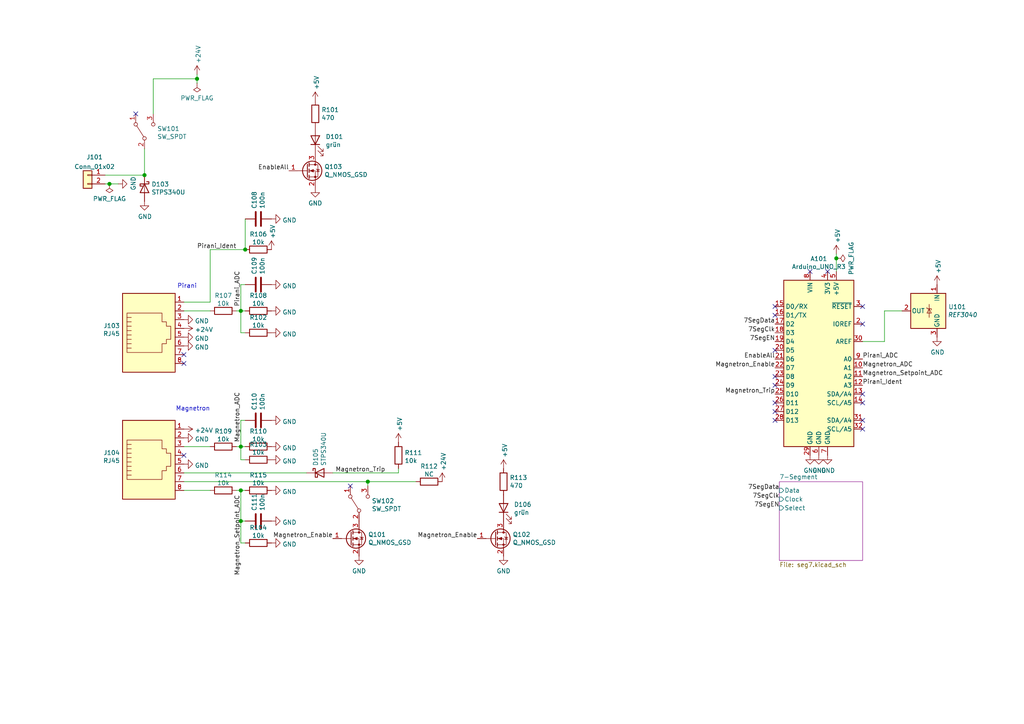
<source format=kicad_sch>
(kicad_sch (version 20210406) (generator eeschema)
  (paper "A4")
  (lib_symbols
    (symbol "Connector:RJ45" (pin_names (offset 1.016))
      (property "Reference" "J" (at -5.08 13.97 0))
      (property "Value" "RJ45" (at 2.54 13.97 0))
      (symbol "RJ45_0_1"
        (rectangle (start 7.62 12.7) (end -7.62 -10.16) (stroke (width 0.254)) (fill (type background)))
        (polyline (pts (xy -5.08 4.445) (xy -6.35 4.445)))
        (polyline (pts (xy -5.08 5.715) (xy -6.35 5.715)))
        (polyline (pts (xy -6.35 -3.175) (xy -5.08 -3.175) (xy -5.08 -3.175)))
        (polyline (pts (xy -6.35 -1.905) (xy -5.08 -1.905) (xy -5.08 -1.905)))
        (polyline (pts (xy -6.35 -0.635) (xy -5.08 -0.635) (xy -5.08 -0.635)))
        (polyline (pts (xy -6.35 0.635) (xy -5.08 0.635) (xy -5.08 0.635)))
        (polyline (pts (xy -6.35 1.905) (xy -5.08 1.905) (xy -5.08 1.905)))
        (polyline (pts (xy -5.08 3.175) (xy -6.35 3.175) (xy -6.35 3.175)))
        (polyline (pts (xy -6.35 -4.445) (xy -6.35 6.985) (xy 3.81 6.985) (xy 3.81 4.445) (xy 5.08 4.445) (xy 5.08 3.175) (xy 6.35 3.175) (xy 6.35 -0.635) (xy 5.08 -0.635) (xy 5.08 -1.905) (xy 3.81 -1.905) (xy 3.81 -4.445) (xy -6.35 -4.445) (xy -6.35 -4.445)))
      )
      (symbol "RJ45_1_1"
        (pin passive line (at 10.16 -7.62 180) (length 2.54) (name "~") (number "1"))
        (pin passive line (at 10.16 -5.08 180) (length 2.54) (name "~") (number "2"))
        (pin passive line (at 10.16 -2.54 180) (length 2.54) (name "~") (number "3"))
        (pin passive line (at 10.16 0 180) (length 2.54) (name "~") (number "4"))
        (pin passive line (at 10.16 2.54 180) (length 2.54) (name "~") (number "5"))
        (pin passive line (at 10.16 5.08 180) (length 2.54) (name "~") (number "6"))
        (pin passive line (at 10.16 7.62 180) (length 2.54) (name "~") (number "7"))
        (pin passive line (at 10.16 10.16 180) (length 2.54) (name "~") (number "8"))
      )
    )
    (symbol "Connector_Generic:Conn_01x02" (pin_names (offset 1.016) hide)
      (property "Reference" "J" (at 0 2.54 0))
      (property "Value" "Conn_01x02" (at 0 -5.08 0))
      (symbol "Conn_01x02_1_1"
        (rectangle (start -1.27 -2.413) (end 0 -2.667) (stroke (width 0.1524)))
        (rectangle (start -1.27 0.127) (end 0 -0.127) (stroke (width 0.1524)))
        (rectangle (start -1.27 1.27) (end 1.27 -3.81) (stroke (width 0.254)) (fill (type background)))
        (pin passive line (at -5.08 0 0) (length 3.81) (name "Pin_1") (number "1"))
        (pin passive line (at -5.08 -2.54 0) (length 3.81) (name "Pin_2") (number "2"))
      )
    )
    (symbol "Device:C" (pin_numbers hide) (pin_names (offset 0.254))
      (property "Reference" "C" (at 0.635 2.54 0))
      (property "Value" "C" (at 0.635 -2.54 0))
      (symbol "C_0_1"
        (polyline (pts (xy -2.032 -0.762) (xy 2.032 -0.762)) (stroke (width 0.508)))
        (polyline (pts (xy -2.032 0.762) (xy 2.032 0.762)) (stroke (width 0.508)))
      )
      (symbol "C_1_1"
        (pin passive line (at 0 3.81 270) (length 2.794) (name "~") (number "1"))
        (pin passive line (at 0 -3.81 90) (length 2.794) (name "~") (number "2"))
      )
    )
    (symbol "Device:D_Schottky_1" (pin_numbers hide) (pin_names hide)
      (property "Reference" "D" (at 0 2.54 0))
      (property "Value" "D_Schottky" (at 0 -2.54 0))
      (symbol "D_Schottky_1_0_1"
        (polyline (pts (xy 1.27 0) (xy -1.27 0)))
        (polyline (pts (xy 1.27 1.27) (xy 1.27 -1.27) (xy -1.27 0) (xy 1.27 1.27)) (stroke (width 0.254)))
        (polyline (pts (xy -1.905 0.635) (xy -1.905 1.27) (xy -1.27 1.27) (xy -1.27 -1.27) (xy -0.635 -1.27) (xy -0.635 -0.635)) (stroke (width 0.254)))
      )
      (symbol "D_Schottky_1_1_1"
        (pin passive line (at -3.81 0 0) (length 2.54) (name "K") (number "1"))
        (pin passive line (at 3.81 0 180) (length 2.54) (name "A") (number "2"))
      )
    )
    (symbol "Device:LED" (pin_numbers hide) (pin_names hide)
      (property "Reference" "D" (at 0 2.54 0))
      (property "Value" "LED" (at 0 -2.54 0))
      (symbol "LED_0_1"
        (polyline (pts (xy -1.27 -1.27) (xy -1.27 1.27)) (stroke (width 0.254)))
        (polyline (pts (xy -1.27 0) (xy 1.27 0)))
        (polyline (pts (xy 1.27 -1.27) (xy 1.27 1.27) (xy -1.27 0) (xy 1.27 -1.27)) (stroke (width 0.254)))
        (polyline (pts (xy -3.048 -0.762) (xy -4.572 -2.286) (xy -3.81 -2.286) (xy -4.572 -2.286) (xy -4.572 -1.524)))
        (polyline (pts (xy -1.778 -0.762) (xy -3.302 -2.286) (xy -2.54 -2.286) (xy -3.302 -2.286) (xy -3.302 -1.524)))
      )
      (symbol "LED_1_1"
        (pin passive line (at -3.81 0 0) (length 2.54) (name "K") (number "1"))
        (pin passive line (at 3.81 0 180) (length 2.54) (name "A") (number "2"))
      )
    )
    (symbol "Device:Q_NMOS_GSD" (pin_names (offset 0) hide)
      (property "Reference" "Q" (at 5.08 1.27 0))
      (property "Value" "Q_NMOS_GSD" (at 5.08 -1.27 0))
      (symbol "Q_NMOS_GSD_0_1"
        (circle (center 1.651 0) (radius 2.794) (stroke (width 0.254)))
        (circle (center 2.54 -1.778) (radius 0.254) (fill (type outline)))
        (circle (center 2.54 1.778) (radius 0.254) (fill (type outline)))
        (polyline (pts (xy 0.254 0) (xy -2.54 0)))
        (polyline (pts (xy 0.254 1.905) (xy 0.254 -1.905)) (stroke (width 0.254)))
        (polyline (pts (xy 0.762 -1.27) (xy 0.762 -2.286)) (stroke (width 0.254)))
        (polyline (pts (xy 0.762 0.508) (xy 0.762 -0.508)) (stroke (width 0.254)))
        (polyline (pts (xy 0.762 2.286) (xy 0.762 1.27)) (stroke (width 0.254)))
        (polyline (pts (xy 2.54 2.54) (xy 2.54 1.778)))
        (polyline (pts (xy 2.54 -2.54) (xy 2.54 0) (xy 0.762 0)))
        (polyline (pts (xy 0.762 -1.778) (xy 3.302 -1.778) (xy 3.302 1.778) (xy 0.762 1.778)))
        (polyline (pts (xy 2.794 0.508) (xy 2.921 0.381) (xy 3.683 0.381) (xy 3.81 0.254)))
        (polyline (pts (xy 3.302 0.381) (xy 2.921 -0.254) (xy 3.683 -0.254) (xy 3.302 0.381)))
        (polyline (pts (xy 1.016 0) (xy 2.032 0.381) (xy 2.032 -0.381) (xy 1.016 0)) (fill (type outline)))
      )
      (symbol "Q_NMOS_GSD_1_1"
        (pin input line (at -5.08 0 0) (length 2.54) (name "G") (number "1"))
        (pin passive line (at 2.54 -5.08 90) (length 2.54) (name "S") (number "2"))
        (pin passive line (at 2.54 5.08 270) (length 2.54) (name "D") (number "3"))
      )
    )
    (symbol "Device:R" (pin_numbers hide) (pin_names (offset 0))
      (property "Reference" "R" (at 2.032 0 90))
      (property "Value" "R" (at 0 0 90))
      (symbol "R_0_1"
        (rectangle (start -1.016 -2.54) (end 1.016 2.54) (stroke (width 0.254)))
      )
      (symbol "R_1_1"
        (pin passive line (at 0 3.81 270) (length 1.27) (name "~") (number "1"))
        (pin passive line (at 0 -3.81 90) (length 1.27) (name "~") (number "2"))
      )
    )
    (symbol "MCU_Module:Arduino_UNO_R3"
      (property "Reference" "A" (at -10.16 23.495 0))
      (property "Value" "Arduino_UNO_R3" (at 5.08 -26.67 0))
      (symbol "Arduino_UNO_R3_0_1"
        (rectangle (start -10.16 22.86) (end 10.16 -25.4) (stroke (width 0.254)) (fill (type background)))
      )
      (symbol "Arduino_UNO_R3_1_1"
        (pin no_connect line (at -10.16 -20.32 0) (length 2.54) hide (name "NC") (number "1"))
        (pin bidirectional line (at 12.7 -2.54 180) (length 2.54) (name "A1") (number "10"))
        (pin bidirectional line (at 12.7 -5.08 180) (length 2.54) (name "A2") (number "11"))
        (pin bidirectional line (at 12.7 -7.62 180) (length 2.54) (name "A3") (number "12"))
        (pin bidirectional line (at 12.7 -10.16 180) (length 2.54) (name "SDA/A4") (number "13"))
        (pin bidirectional line (at 12.7 -12.7 180) (length 2.54) (name "SCL/A5") (number "14"))
        (pin bidirectional line (at -12.7 15.24 0) (length 2.54) (name "D0/RX") (number "15"))
        (pin bidirectional line (at -12.7 12.7 0) (length 2.54) (name "D1/TX") (number "16"))
        (pin bidirectional line (at -12.7 10.16 0) (length 2.54) (name "D2") (number "17"))
        (pin bidirectional line (at -12.7 7.62 0) (length 2.54) (name "D3") (number "18"))
        (pin bidirectional line (at -12.7 5.08 0) (length 2.54) (name "D4") (number "19"))
        (pin output line (at 12.7 10.16 180) (length 2.54) (name "IOREF") (number "2"))
        (pin bidirectional line (at -12.7 2.54 0) (length 2.54) (name "D5") (number "20"))
        (pin bidirectional line (at -12.7 0 0) (length 2.54) (name "D6") (number "21"))
        (pin bidirectional line (at -12.7 -2.54 0) (length 2.54) (name "D7") (number "22"))
        (pin bidirectional line (at -12.7 -5.08 0) (length 2.54) (name "D8") (number "23"))
        (pin bidirectional line (at -12.7 -7.62 0) (length 2.54) (name "D9") (number "24"))
        (pin bidirectional line (at -12.7 -10.16 0) (length 2.54) (name "D10") (number "25"))
        (pin bidirectional line (at -12.7 -12.7 0) (length 2.54) (name "D11") (number "26"))
        (pin bidirectional line (at -12.7 -15.24 0) (length 2.54) (name "D12") (number "27"))
        (pin bidirectional line (at -12.7 -17.78 0) (length 2.54) (name "D13") (number "28"))
        (pin power_in line (at -2.54 -27.94 90) (length 2.54) (name "GND") (number "29"))
        (pin input line (at 12.7 15.24 180) (length 2.54) (name "~RESET") (number "3"))
        (pin input line (at 12.7 5.08 180) (length 2.54) (name "AREF") (number "30"))
        (pin bidirectional line (at 12.7 -17.78 180) (length 2.54) (name "SDA/A4") (number "31"))
        (pin bidirectional line (at 12.7 -20.32 180) (length 2.54) (name "SCL/A5") (number "32"))
        (pin power_out line (at 2.54 25.4 270) (length 2.54) (name "3V3") (number "4"))
        (pin power_out line (at 5.08 25.4 270) (length 2.54) (name "+5V") (number "5"))
        (pin power_in line (at 0 -27.94 90) (length 2.54) (name "GND") (number "6"))
        (pin power_in line (at 2.54 -27.94 90) (length 2.54) (name "GND") (number "7"))
        (pin power_in line (at -2.54 25.4 270) (length 2.54) (name "VIN") (number "8"))
        (pin bidirectional line (at 12.7 0 180) (length 2.54) (name "A0") (number "9"))
      )
    )
    (symbol "Reference_Voltage:REF3040" (pin_names (offset 0.254))
      (property "Reference" "U" (at 0 6.35 0))
      (property "Value" "REF3040" (at 2.54 -6.35 0))
      (symbol "REF3040_0_1"
        (rectangle (start -5.08 5.08) (end 5.08 -5.08) (stroke (width 0.254)) (fill (type background)))
        (polyline (pts (xy -0.254 1.905) (xy -0.254 -1.905)))
        (polyline (pts (xy -0.889 -0.635) (xy 0.381 -0.635) (xy -0.254 0.635) (xy -0.889 -0.635)))
        (polyline (pts (xy 0.381 1.016) (xy 0.381 0.635) (xy -0.889 0.635) (xy -0.889 0.254)))
      )
      (symbol "REF3040_1_1"
        (pin power_in line (at -2.54 7.62 270) (length 2.54) (name "IN") (number "1"))
        (pin power_out line (at 7.62 0 180) (length 2.54) (name "OUT") (number "2"))
        (pin power_in line (at -2.54 -7.62 90) (length 2.54) (name "GND") (number "3"))
      )
    )
    (symbol "Switch:SW_SPDT" (pin_names (offset 0) hide)
      (property "Reference" "SW" (at 0 4.318 0))
      (property "Value" "SW_SPDT" (at 0 -5.08 0))
      (symbol "SW_SPDT_0_0"
        (circle (center -2.032 0) (radius 0.508))
        (circle (center 2.032 -2.54) (radius 0.508))
      )
      (symbol "SW_SPDT_0_1"
        (circle (center 2.032 2.54) (radius 0.508))
        (polyline (pts (xy -1.524 0.254) (xy 1.651 2.286)))
      )
      (symbol "SW_SPDT_1_1"
        (pin passive line (at 5.08 2.54 180) (length 2.54) (name "A") (number "1"))
        (pin passive line (at -5.08 0 0) (length 2.54) (name "B") (number "2"))
        (pin passive line (at 5.08 -2.54 180) (length 2.54) (name "C") (number "3"))
      )
    )
    (symbol "power:+24V" (power) (pin_names (offset 0))
      (property "Value" "+24V" (at 0 3.556 0))
      (symbol "+24V_0_1"
        (polyline (pts (xy -0.762 1.27) (xy 0 2.54)))
        (polyline (pts (xy 0 0) (xy 0 2.54)))
        (polyline (pts (xy 0 2.54) (xy 0.762 1.27)))
      )
      (symbol "+24V_1_1"
        (pin power_in line (at 0 0 90) (length 0) hide (name "+24V") (number "1"))
      )
    )
    (symbol "power:+5V" (power) (pin_names (offset 0))
      (property "Value" "+5V" (at 0 3.556 0))
      (symbol "+5V_0_1"
        (polyline (pts (xy -0.762 1.27) (xy 0 2.54)))
        (polyline (pts (xy 0 0) (xy 0 2.54)))
        (polyline (pts (xy 0 2.54) (xy 0.762 1.27)))
      )
      (symbol "+5V_1_1"
        (pin power_in line (at 0 0 90) (length 0) hide (name "+5V") (number "1"))
      )
    )
    (symbol "power:GND" (power) (pin_names (offset 0))
      (property "Value" "GND" (at 0 -3.81 0))
      (symbol "GND_0_1"
        (polyline (pts (xy 0 0) (xy 0 -1.27) (xy 1.27 -1.27) (xy 0 -2.54) (xy -1.27 -1.27) (xy 0 -1.27)))
      )
      (symbol "GND_1_1"
        (pin power_in line (at 0 0 270) (length 0) hide (name "GND") (number "1"))
      )
    )
    (symbol "power:PWR_FLAG" (power) (pin_numbers hide) (pin_names (offset 0) hide)
      (property "Value" "PWR_FLAG" (at 0 3.81 0))
      (symbol "PWR_FLAG_0_0"
        (pin power_out line (at 0 0 90) (length 0) (name "pwr") (number "1"))
      )
      (symbol "PWR_FLAG_0_1"
        (polyline (pts (xy 0 0) (xy 0 1.27) (xy -1.016 1.905) (xy 0 2.54) (xy 1.016 1.905) (xy 0 1.27)))
      )
    )
  )
  (junction (at 31.75 53.34) (diameter 1.016))
  (junction (at 41.91 50.8) (diameter 1.016))
  (junction (at 57.15 22.86) (diameter 1.016))
  (junction (at 69.85 90.17) (diameter 1.016))
  (junction (at 69.85 129.54) (diameter 1.016))
  (junction (at 69.85 142.24) (diameter 1.016))
  (junction (at 69.85 151.13) (diameter 1.016))
  (junction (at 71.12 72.39) (diameter 1.016))
  (junction (at 106.68 139.7) (diameter 1.016))
  (junction (at 242.57 74.93) (diameter 1.016))
  (no_connect (at 39.37 33.02))
  (no_connect (at 53.34 102.87))
  (no_connect (at 53.34 105.41))
  (no_connect (at 53.34 132.08))
  (no_connect (at 101.6 140.97))
  (no_connect (at 224.79 88.9))
  (no_connect (at 224.79 91.44))
  (no_connect (at 224.79 101.6))
  (no_connect (at 224.79 109.22))
  (no_connect (at 224.79 111.76))
  (no_connect (at 224.79 116.84))
  (no_connect (at 224.79 119.38))
  (no_connect (at 224.79 121.92))
  (no_connect (at 234.95 78.74))
  (no_connect (at 240.03 78.74))
  (no_connect (at 250.19 88.9))
  (no_connect (at 250.19 93.98))
  (no_connect (at 250.19 114.3))
  (no_connect (at 250.19 116.84))
  (no_connect (at 250.19 121.92))
  (no_connect (at 250.19 124.46))
  (wire (pts (xy 30.48 50.8) (xy 41.91 50.8)))
  (wire (pts (xy 30.48 53.34) (xy 31.75 53.34)))
  (wire (pts (xy 31.75 53.34) (xy 34.29 53.34)))
  (wire (pts (xy 41.91 50.8) (xy 41.91 43.18)))
  (wire (pts (xy 44.45 22.86) (xy 44.45 33.02)))
  (wire (pts (xy 44.45 22.86) (xy 57.15 22.86)))
  (wire (pts (xy 53.34 90.17) (xy 60.96 90.17)))
  (wire (pts (xy 53.34 129.54) (xy 60.96 129.54)))
  (wire (pts (xy 53.34 137.16) (xy 88.9 137.16)))
  (wire (pts (xy 53.34 139.7) (xy 106.68 139.7)))
  (wire (pts (xy 53.34 142.24) (xy 60.96 142.24)))
  (wire (pts (xy 57.15 21.59) (xy 57.15 22.86)))
  (wire (pts (xy 57.15 22.86) (xy 57.15 24.13)))
  (wire (pts (xy 60.96 72.39) (xy 60.96 87.63)))
  (wire (pts (xy 60.96 72.39) (xy 71.12 72.39)))
  (wire (pts (xy 60.96 87.63) (xy 53.34 87.63)))
  (wire (pts (xy 68.58 90.17) (xy 69.85 90.17)))
  (wire (pts (xy 68.58 129.54) (xy 69.85 129.54)))
  (wire (pts (xy 68.58 142.24) (xy 69.85 142.24)))
  (wire (pts (xy 69.85 82.55) (xy 69.85 90.17)))
  (wire (pts (xy 69.85 82.55) (xy 71.12 82.55)))
  (wire (pts (xy 69.85 90.17) (xy 69.85 96.52)))
  (wire (pts (xy 69.85 90.17) (xy 71.12 90.17)))
  (wire (pts (xy 69.85 96.52) (xy 71.12 96.52)))
  (wire (pts (xy 69.85 121.92) (xy 69.85 129.54)))
  (wire (pts (xy 69.85 129.54) (xy 69.85 133.35)))
  (wire (pts (xy 69.85 129.54) (xy 71.12 129.54)))
  (wire (pts (xy 69.85 133.35) (xy 71.12 133.35)))
  (wire (pts (xy 69.85 142.24) (xy 69.85 151.13)))
  (wire (pts (xy 69.85 142.24) (xy 71.12 142.24)))
  (wire (pts (xy 69.85 151.13) (xy 69.85 157.48)))
  (wire (pts (xy 69.85 157.48) (xy 71.12 157.48)))
  (wire (pts (xy 71.12 63.5) (xy 71.12 72.39)))
  (wire (pts (xy 71.12 121.92) (xy 69.85 121.92)))
  (wire (pts (xy 71.12 151.13) (xy 69.85 151.13)))
  (wire (pts (xy 96.52 137.16) (xy 115.57 137.16)))
  (wire (pts (xy 106.68 139.7) (xy 120.65 139.7)))
  (wire (pts (xy 106.68 140.97) (xy 106.68 139.7)))
  (wire (pts (xy 115.57 137.16) (xy 115.57 135.89)))
  (wire (pts (xy 242.57 73.66) (xy 242.57 74.93)))
  (wire (pts (xy 242.57 74.93) (xy 242.57 78.74)))
  (wire (pts (xy 256.54 90.17) (xy 256.54 99.06)))
  (wire (pts (xy 256.54 99.06) (xy 250.19 99.06)))
  (wire (pts (xy 261.62 90.17) (xy 256.54 90.17)))
  (text "Pirani\n" (at 57.15 83.82 180) (effects (font (size 1.27 1.27)) (justify right bottom)))
  (text "Magnetron\n" (at 60.96 119.38 180) (effects (font (size 1.27 1.27)) (justify right bottom)))
  (label "Pirani_Ident" (at 68.58 72.39 180))
  (label "Pirani_ADC" (at 69.85 88.9 90))
  (label "Magnetron_ADC" (at 69.85 128.27 90))
  (label "Magnetron_Setpoint_ADC" (at 69.85 143.51 270))
  (label "EnableAll" (at 83.82 49.53 180))
  (label "Magnetron_Enable" (at 96.52 156.21 180))
  (label "Magnetron_Trip" (at 111.76 137.16 180))
  (label "Magnetron_Enable" (at 138.43 156.21 180))
  (label "7SegData" (at 224.79 93.98 180))
  (label "7SegClk" (at 224.79 96.52 180))
  (label "7SegEN" (at 224.79 99.06 180))
  (label "EnableAll" (at 224.79 104.14 180))
  (label "Magnetron_Enable" (at 224.79 106.68 180))
  (label "Magnetron_Trip" (at 224.79 114.3 180))
  (label "7SegData" (at 226.06 142.24 180))
  (label "7SegClk" (at 226.06 144.78 180))
  (label "7SegEN" (at 226.06 147.32 180))
  (label "Pirani_ADC" (at 250.19 104.14 0))
  (label "Magnetron_ADC" (at 250.19 106.68 0))
  (label "Magnetron_Setpoint_ADC" (at 250.19 109.22 0))
  (label "Pirani_Ident" (at 250.19 111.76 0))
  (symbol (lib_id "power:+24V") (at 53.34 95.25 270) (unit 1)
    (property "Reference" "#PWR0122" (effects hide))
    (property "Value" "+24V" (at 56.5151 95.6183 90) (effects (justify left)))
  )
  (symbol (lib_id "power:+24V") (at 53.34 124.46 270) (unit 1)
    (property "Reference" "#PWR0126" (effects hide))
    (property "Value" "+24V" (at 56.5151 124.8283 90) (effects (justify left)))
  )
  (symbol (lib_id "power:+24V") (at 57.15 21.59 0) (unit 1)
    (property "Reference" "#PWR0101" (effects hide))
    (property "Value" "+24V" (at 57.5183 18.4149 90) (effects (justify left)))
  )
  (symbol (lib_id "power:+5V") (at 78.74 72.39 0) (unit 1)
    (property "Reference" "#PWR0118" (effects hide))
    (property "Value" "+5V" (at 79.1083 69.2149 90) (effects (justify left)))
  )
  (symbol (lib_id "power:+5V") (at 91.44 29.21 0) (unit 1)
    (property "Reference" "#PWR0103" (effects hide))
    (property "Value" "+5V" (at 91.8083 26.0349 90) (effects (justify left)))
  )
  (symbol (lib_id "power:+5V") (at 115.57 128.27 0) (unit 1)
    (property "Reference" "#PWR0128" (effects hide))
    (property "Value" "+5V" (at 115.9383 125.0949 90) (effects (justify left)))
  )
  (symbol (lib_id "power:+24V") (at 128.27 139.7 0) (unit 1)
    (property "Reference" "#PWR0135" (effects hide))
    (property "Value" "+24V" (at 128.6383 136.5249 90) (effects (justify left)))
  )
  (symbol (lib_id "power:+5V") (at 146.05 135.89 0) (unit 1)
    (property "Reference" "#PWR0134" (effects hide))
    (property "Value" "+5V" (at 146.4183 132.7149 90) (effects (justify left)))
  )
  (symbol (lib_id "power:+5V") (at 242.57 73.66 0) (unit 1)
    (property "Reference" "#PWR0117" (effects hide))
    (property "Value" "+5V" (at 242.9383 70.4849 90) (effects (justify left)))
  )
  (symbol (lib_id "power:+5V") (at 271.78 82.55 0) (unit 1)
    (property "Reference" "#PWR0106" (effects hide))
    (property "Value" "+5V" (at 272.1483 79.3749 90) (effects (justify left)))
  )
  (symbol (lib_id "power:PWR_FLAG") (at 31.75 53.34 180) (unit 1)
    (property "Reference" "#FLG0102" (effects hide))
    (property "Value" "PWR_FLAG" (at 31.75 57.6644 0))
  )
  (symbol (lib_id "power:PWR_FLAG") (at 57.15 24.13 180) (unit 1)
    (property "Reference" "#FLG0101" (effects hide))
    (property "Value" "PWR_FLAG" (at 57.15 28.4544 0))
  )
  (symbol (lib_id "power:PWR_FLAG") (at 242.57 74.93 270) (unit 1)
    (property "Reference" "#FLG0103" (effects hide))
    (property "Value" "PWR_FLAG" (at 246.8944 74.93 0))
  )
  (symbol (lib_id "power:GND") (at 34.29 53.34 90) (unit 1)
    (property "Reference" "#PWR0114" (effects hide))
    (property "Value" "GND" (at 38.6842 53.213 0))
  )
  (symbol (lib_id "power:GND") (at 41.91 58.42 0) (unit 1)
    (property "Reference" "#PWR0104" (effects hide))
    (property "Value" "GND" (at 42.037 62.8142 0))
  )
  (symbol (lib_id "power:GND") (at 53.34 92.71 90) (unit 1)
    (property "Reference" "#PWR0121" (effects hide))
    (property "Value" "GND" (at 56.5151 93.0985 90) (effects (justify right)))
  )
  (symbol (lib_id "power:GND") (at 53.34 97.79 90) (unit 1)
    (property "Reference" "#PWR0123" (effects hide))
    (property "Value" "GND" (at 56.5151 98.1785 90) (effects (justify right)))
  )
  (symbol (lib_id "power:GND") (at 53.34 100.33 90) (unit 1)
    (property "Reference" "#PWR0124" (effects hide))
    (property "Value" "GND" (at 56.5151 100.7185 90) (effects (justify right)))
  )
  (symbol (lib_id "power:GND") (at 53.34 127 90) (unit 1)
    (property "Reference" "#PWR0127" (effects hide))
    (property "Value" "GND" (at 56.5151 127.3885 90) (effects (justify right)))
  )
  (symbol (lib_id "power:GND") (at 53.34 134.62 90) (unit 1)
    (property "Reference" "#PWR0133" (effects hide))
    (property "Value" "GND" (at 56.5151 135.0085 90) (effects (justify right)))
  )
  (symbol (lib_id "power:GND") (at 78.74 63.5 90) (unit 1)
    (property "Reference" "#PWR0115" (effects hide))
    (property "Value" "GND" (at 81.9151 63.8885 90) (effects (justify right)))
  )
  (symbol (lib_id "power:GND") (at 78.74 82.55 90) (unit 1)
    (property "Reference" "#PWR0119" (effects hide))
    (property "Value" "GND" (at 81.9151 82.9385 90) (effects (justify right)))
  )
  (symbol (lib_id "power:GND") (at 78.74 90.17 90) (unit 1)
    (property "Reference" "#PWR0120" (effects hide))
    (property "Value" "GND" (at 81.9151 90.5585 90) (effects (justify right)))
  )
  (symbol (lib_id "power:GND") (at 78.74 96.52 90) (unit 1)
    (property "Reference" "#PWR0107" (effects hide))
    (property "Value" "GND" (at 81.9151 96.9085 90) (effects (justify right)))
  )
  (symbol (lib_id "power:GND") (at 78.74 121.92 90) (unit 1)
    (property "Reference" "#PWR0125" (effects hide))
    (property "Value" "GND" (at 81.9151 122.3085 90) (effects (justify right)))
  )
  (symbol (lib_id "power:GND") (at 78.74 129.54 90) (unit 1)
    (property "Reference" "#PWR0129" (effects hide))
    (property "Value" "GND" (at 81.9151 129.9285 90) (effects (justify right)))
  )
  (symbol (lib_id "power:GND") (at 78.74 133.35 90) (unit 1)
    (property "Reference" "#PWR0108" (effects hide))
    (property "Value" "GND" (at 81.9151 133.7385 90) (effects (justify right)))
  )
  (symbol (lib_id "power:GND") (at 78.74 142.24 90) (unit 1)
    (property "Reference" "#PWR0136" (effects hide))
    (property "Value" "GND" (at 81.9151 142.6285 90) (effects (justify right)))
  )
  (symbol (lib_id "power:GND") (at 78.74 151.13 90) (unit 1)
    (property "Reference" "#PWR0137" (effects hide))
    (property "Value" "GND" (at 81.9151 151.5185 90) (effects (justify right)))
  )
  (symbol (lib_id "power:GND") (at 78.74 157.48 90) (unit 1)
    (property "Reference" "#PWR0109" (effects hide))
    (property "Value" "GND" (at 81.9151 157.8685 90) (effects (justify right)))
  )
  (symbol (lib_id "power:GND") (at 91.44 54.61 0) (unit 1)
    (property "Reference" "#PWR0102" (effects hide))
    (property "Value" "GND" (at 91.44 58.9344 0))
  )
  (symbol (lib_id "power:GND") (at 104.14 161.29 0) (unit 1)
    (property "Reference" "#PWR0138" (effects hide))
    (property "Value" "GND" (at 104.14 165.6144 0))
  )
  (symbol (lib_id "power:GND") (at 146.05 161.29 0) (unit 1)
    (property "Reference" "#PWR0139" (effects hide))
    (property "Value" "GND" (at 146.05 165.6144 0))
  )
  (symbol (lib_id "power:GND") (at 234.95 132.08 0) (unit 1)
    (property "Reference" "#PWR0130" (effects hide))
    (property "Value" "GND" (at 235.077 136.4742 0))
  )
  (symbol (lib_id "power:GND") (at 237.49 132.08 0) (unit 1)
    (property "Reference" "#PWR0131" (effects hide))
    (property "Value" "GND" (at 237.617 136.4742 0))
  )
  (symbol (lib_id "power:GND") (at 240.03 132.08 0) (unit 1)
    (property "Reference" "#PWR0132" (effects hide))
    (property "Value" "GND" (at 240.157 136.4742 0))
  )
  (symbol (lib_id "power:GND") (at 271.78 97.79 0) (unit 1)
    (property "Reference" "#PWR0105" (effects hide))
    (property "Value" "GND" (at 271.907 102.1842 0))
  )
  (symbol (lib_id "Device:R") (at 64.77 90.17 90) (unit 1)
    (property "Reference" "R107" (at 64.77 85.7208 90))
    (property "Value" "10k" (at 64.77 88.0195 90))
    (property "Footprint" "Resistor_SMD:R_0603_1608Metric" (effects hide))
  )
  (symbol (lib_id "Device:R") (at 64.77 129.54 90) (unit 1)
    (property "Reference" "R109" (at 64.77 125.0908 90))
    (property "Value" "10k" (at 64.77 127.3895 90))
    (property "Footprint" "Resistor_SMD:R_0603_1608Metric" (effects hide))
  )
  (symbol (lib_id "Device:R") (at 64.77 142.24 90) (unit 1)
    (property "Reference" "R114" (at 64.77 137.7908 90))
    (property "Value" "10k" (at 64.77 140.0895 90))
    (property "Footprint" "Resistor_SMD:R_0603_1608Metric" (effects hide))
  )
  (symbol (lib_id "Device:R") (at 74.93 72.39 90) (unit 1)
    (property "Reference" "R106" (at 74.93 67.9408 90))
    (property "Value" "10k" (at 74.93 70.2395 90))
    (property "Footprint" "Resistor_SMD:R_0603_1608Metric" (effects hide))
  )
  (symbol (lib_id "Device:R") (at 74.93 90.17 90) (unit 1)
    (property "Reference" "R108" (at 74.93 85.7208 90))
    (property "Value" "10k" (at 74.93 88.0195 90))
    (property "Footprint" "Resistor_SMD:R_0603_1608Metric" (effects hide))
  )
  (symbol (lib_id "Device:R") (at 74.93 96.52 90) (unit 1)
    (property "Reference" "R102" (at 74.93 92.0708 90))
    (property "Value" "10k" (at 74.93 94.3695 90))
    (property "Footprint" "Resistor_SMD:R_0603_1608Metric" (effects hide))
  )
  (symbol (lib_id "Device:R") (at 74.93 129.54 90) (unit 1)
    (property "Reference" "R110" (at 74.93 125.0908 90))
    (property "Value" "10k" (at 74.93 127.3895 90))
    (property "Footprint" "Resistor_SMD:R_0603_1608Metric" (effects hide))
  )
  (symbol (lib_id "Device:R") (at 74.93 133.35 90) (unit 1)
    (property "Reference" "R103" (at 74.93 128.9008 90))
    (property "Value" "10k" (at 74.93 131.1995 90))
    (property "Footprint" "Resistor_SMD:R_0603_1608Metric" (effects hide))
  )
  (symbol (lib_id "Device:R") (at 74.93 142.24 90) (unit 1)
    (property "Reference" "R115" (at 74.93 137.7908 90))
    (property "Value" "10k" (at 74.93 140.0895 90))
    (property "Footprint" "Resistor_SMD:R_0603_1608Metric" (effects hide))
  )
  (symbol (lib_id "Device:R") (at 74.93 157.48 90) (unit 1)
    (property "Reference" "R104" (at 74.93 153.0308 90))
    (property "Value" "10k" (at 74.93 155.3295 90))
    (property "Footprint" "Resistor_SMD:R_0603_1608Metric" (effects hide))
  )
  (symbol (lib_id "Device:R") (at 91.44 33.02 0) (unit 1)
    (property "Reference" "R101" (at 93.218 31.8516 0) (effects (justify left)))
    (property "Value" "470" (at 93.218 34.163 0) (effects (justify left)))
    (property "Footprint" "Resistor_SMD:R_0603_1608Metric" (effects hide))
  )
  (symbol (lib_id "Device:R") (at 115.57 132.08 180) (unit 1)
    (property "Reference" "R111" (at 117.3481 131.3191 0) (effects (justify right)))
    (property "Value" "10k" (at 117.3481 133.6178 0) (effects (justify right)))
    (property "Footprint" "Resistor_SMD:R_0603_1608Metric" (effects hide))
  )
  (symbol (lib_id "Device:R") (at 124.46 139.7 270) (unit 1)
    (property "Reference" "R112" (at 124.46 135.2508 90))
    (property "Value" "NC" (at 124.46 137.5495 90))
    (property "Footprint" "Resistor_SMD:R_0603_1608Metric" (effects hide))
  )
  (symbol (lib_id "Device:R") (at 146.05 139.7 0) (unit 1)
    (property "Reference" "R113" (at 147.828 138.5316 0) (effects (justify left)))
    (property "Value" "470" (at 147.828 140.843 0) (effects (justify left)))
    (property "Footprint" "Resistor_SMD:R_0603_1608Metric" (effects hide))
  )
  (symbol (lib_name "Device:D_Schottky_1") (lib_id "Device:D_Schottky") (at 41.91 54.61 270) (unit 1)
    (property "Reference" "D103" (at 43.9166 53.4416 90) (effects (justify left)))
    (property "Value" "STPS340U" (at 43.9166 55.753 90) (effects (justify left)))
    (property "Footprint" "Diode_SMD:D_SMB" (effects hide))
    (property "Datasheet" "https://www.st.com/resource/en/datasheet/CD00000844.pdf" (effects hide))
  )
  (symbol (lib_name "Device:D_Schottky_1") (lib_id "Device:D_Schottky") (at 92.71 137.16 0) (unit 1)
    (property "Reference" "D105" (at 91.5416 135.1534 90) (effects (justify left)))
    (property "Value" "STPS340U" (at 93.853 135.1534 90) (effects (justify left)))
    (property "Footprint" "Diode_SMD:D_SMB" (effects hide))
    (property "Datasheet" "https://www.st.com/resource/en/datasheet/CD00000844.pdf" (effects hide))
  )
  (symbol (lib_id "Device:LED") (at 91.44 40.64 90) (unit 1)
    (property "Reference" "D101" (at 94.4372 39.6494 90) (effects (justify right)))
    (property "Value" "grün" (at 94.4372 41.9608 90) (effects (justify right)))
    (property "Footprint" "LED_SMD:LED_0603_1608Metric" (effects hide))
  )
  (symbol (lib_id "Device:LED") (at 146.05 147.32 90) (unit 1)
    (property "Reference" "D106" (at 149.0472 146.3294 90) (effects (justify right)))
    (property "Value" "grün" (at 149.0472 148.6408 90) (effects (justify right)))
    (property "Footprint" "LED_SMD:LED_0603_1608Metric" (effects hide))
  )
  (symbol (lib_id "Connector_Generic:Conn_01x02") (at 25.4 50.8 0) (mirror y) (unit 1)
    (property "Reference" "J101" (at 27.432 45.5634 0))
    (property "Value" "Conn_01x02" (at 27.432 48.3385 0))
    (property "Footprint" "TerminalBlock:TerminalBlock_bornier-2_P5.08mm" (effects hide))
  )
  (symbol (lib_id "Device:C") (at 74.93 63.5 90) (unit 1)
    (property "Reference" "C108" (at 73.7616 60.579 0) (effects (justify left)))
    (property "Value" "100n" (at 76.073 60.579 0) (effects (justify left)))
    (property "Footprint" "Capacitor_SMD:C_0603_1608Metric" (effects hide))
  )
  (symbol (lib_id "Device:C") (at 74.93 82.55 90) (unit 1)
    (property "Reference" "C109" (at 73.7616 79.629 0) (effects (justify left)))
    (property "Value" "100n" (at 76.073 79.629 0) (effects (justify left)))
    (property "Footprint" "Capacitor_SMD:C_0603_1608Metric" (effects hide))
  )
  (symbol (lib_id "Device:C") (at 74.93 121.92 90) (unit 1)
    (property "Reference" "C110" (at 73.7616 118.999 0) (effects (justify left)))
    (property "Value" "100n" (at 76.073 118.999 0) (effects (justify left)))
    (property "Footprint" "Capacitor_SMD:C_0603_1608Metric" (effects hide))
  )
  (symbol (lib_id "Device:C") (at 74.93 151.13 90) (unit 1)
    (property "Reference" "C111" (at 73.7616 148.209 0) (effects (justify left)))
    (property "Value" "100n" (at 76.073 148.209 0) (effects (justify left)))
    (property "Footprint" "Capacitor_SMD:C_0603_1608Metric" (effects hide))
  )
  (symbol (lib_id "Switch:SW_SPDT") (at 41.91 38.1 90) (unit 1)
    (property "Reference" "SW101" (at 45.5931 37.3391 90) (effects (justify right)))
    (property "Value" "SW_SPDT" (at 45.5931 39.6378 90) (effects (justify right)))
    (property "Footprint" "Sven:Switch_DPDT" (effects hide))
  )
  (symbol (lib_id "Switch:SW_SPDT") (at 104.14 146.05 90) (unit 1)
    (property "Reference" "SW102" (at 107.8231 145.2891 90) (effects (justify right)))
    (property "Value" "SW_SPDT" (at 107.8231 147.5878 90) (effects (justify right)))
    (property "Footprint" "Sven:Switch_DPDT" (effects hide))
  )
  (symbol (lib_id "Device:Q_NMOS_GSD") (at 88.9 49.53 0) (unit 1)
    (property "Reference" "Q103" (at 94.0816 48.3616 0) (effects (justify left)))
    (property "Value" "Q_NMOS_GSD" (at 94.0816 50.673 0) (effects (justify left)))
    (property "Footprint" "Package_TO_SOT_SMD:SOT-23" (effects hide))
  )
  (symbol (lib_id "Device:Q_NMOS_GSD") (at 101.6 156.21 0) (unit 1)
    (property "Reference" "Q101" (at 106.7816 155.0416 0) (effects (justify left)))
    (property "Value" "Q_NMOS_GSD" (at 106.7816 157.353 0) (effects (justify left)))
    (property "Footprint" "Package_TO_SOT_SMD:SOT-23" (effects hide))
  )
  (symbol (lib_id "Device:Q_NMOS_GSD") (at 143.51 156.21 0) (unit 1)
    (property "Reference" "Q102" (at 148.6916 155.0416 0) (effects (justify left)))
    (property "Value" "Q_NMOS_GSD" (at 148.6916 157.353 0) (effects (justify left)))
    (property "Footprint" "Package_TO_SOT_SMD:SOT-23" (effects hide))
  )
  (symbol (lib_id "Reference_Voltage:REF3040") (at 269.24 90.17 0) (mirror y) (unit 1)
    (property "Reference" "U101" (at 275.0566 89.0016 0) (effects (justify right)))
    (property "Value" "REF3040" (at 275.0566 91.313 0) (effects (font italic) (justify right)))
    (property "Footprint" "Package_TO_SOT_SMD:SOT-23" (effects hide))
    (property "Datasheet" "http://www.ti.com/lit/ds/symlink/ref3033.pdf" (effects hide))
  )
  (symbol (lib_id "Connector:RJ45") (at 43.18 95.25 0) (mirror x) (unit 1)
    (property "Reference" "J103" (at 34.798 94.4891 0) (effects (justify right)))
    (property "Value" "RJ45" (at 34.798 96.7878 0) (effects (justify right)))
    (property "Footprint" "Sven:RJ45_Amphenol_54602_mod" (effects hide))
  )
  (symbol (lib_id "Connector:RJ45") (at 43.18 132.08 0) (mirror x) (unit 1)
    (property "Reference" "J104" (at 34.798 131.3191 0) (effects (justify right)))
    (property "Value" "RJ45" (at 34.798 133.6178 0) (effects (justify right)))
    (property "Footprint" "Sven:RJ45_Amphenol_54602_mod" (effects hide))
  )
  (symbol (lib_id "MCU_Module:Arduino_UNO_R3") (at 237.49 104.14 0) (unit 1)
    (property "Reference" "A101" (at 237.49 75.0528 0))
    (property "Value" "Arduino_UNO_R3" (at 237.49 77.3515 0))
    (property "Footprint" "Module:Arduino_UNO_R3" (effects hide))
    (property "Datasheet" "https://www.arduino.cc/en/Main/arduinoBoardUno" (effects hide))
  )
  (sheet (at 226.06 139.7) (size 24.13 22.86) (stroke (width 0.0006) (color 132 0 132 1)) (fill (color 255 255 255 0.0000))
    (property "Schaltplanname" "7-Segment" (at 226.06 139.0643 0) (effects (justify left bottom)))
    (property "Dateiname Blatt" "seg7.kicad_sch" (at 226.06 163.0687 0) (effects (justify left top)))
    (pin "Clock" input (at 226.06 144.78 180))
    (pin "Select" input (at 226.06 147.32 180))
    (pin "Data" input (at 226.06 142.24 180))
  )
)
</source>
